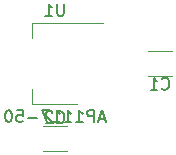
<source format=gbr>
G04 #@! TF.FileFunction,Legend,Bot*
%FSLAX46Y46*%
G04 Gerber Fmt 4.6, Leading zero omitted, Abs format (unit mm)*
G04 Created by KiCad (PCBNEW 4.0.7) date Saturday, March 17, 2018 'AMt' 10:04:41 AM*
%MOMM*%
%LPD*%
G01*
G04 APERTURE LIST*
%ADD10C,0.100000*%
%ADD11C,0.120000*%
%ADD12C,0.150000*%
G04 APERTURE END LIST*
D10*
D11*
X133080000Y-84840000D02*
X131080000Y-84840000D01*
X131080000Y-82800000D02*
X133080000Y-82800000D01*
X122190000Y-89150000D02*
X124190000Y-89150000D01*
X124190000Y-91190000D02*
X122190000Y-91190000D01*
X121280000Y-87230000D02*
X121280000Y-85970000D01*
X121280000Y-80410000D02*
X121280000Y-81670000D01*
X125040000Y-87230000D02*
X121280000Y-87230000D01*
X127290000Y-80410000D02*
X121280000Y-80410000D01*
D12*
X132246666Y-85927143D02*
X132294285Y-85974762D01*
X132437142Y-86022381D01*
X132532380Y-86022381D01*
X132675238Y-85974762D01*
X132770476Y-85879524D01*
X132818095Y-85784286D01*
X132865714Y-85593810D01*
X132865714Y-85450952D01*
X132818095Y-85260476D01*
X132770476Y-85165238D01*
X132675238Y-85070000D01*
X132532380Y-85022381D01*
X132437142Y-85022381D01*
X132294285Y-85070000D01*
X132246666Y-85117619D01*
X131294285Y-86022381D02*
X131865714Y-86022381D01*
X131580000Y-86022381D02*
X131580000Y-85022381D01*
X131675238Y-85165238D01*
X131770476Y-85260476D01*
X131865714Y-85308095D01*
X123356666Y-88777143D02*
X123404285Y-88824762D01*
X123547142Y-88872381D01*
X123642380Y-88872381D01*
X123785238Y-88824762D01*
X123880476Y-88729524D01*
X123928095Y-88634286D01*
X123975714Y-88443810D01*
X123975714Y-88300952D01*
X123928095Y-88110476D01*
X123880476Y-88015238D01*
X123785238Y-87920000D01*
X123642380Y-87872381D01*
X123547142Y-87872381D01*
X123404285Y-87920000D01*
X123356666Y-87967619D01*
X122975714Y-87967619D02*
X122928095Y-87920000D01*
X122832857Y-87872381D01*
X122594761Y-87872381D01*
X122499523Y-87920000D01*
X122451904Y-87967619D01*
X122404285Y-88062857D01*
X122404285Y-88158095D01*
X122451904Y-88300952D01*
X123023333Y-88872381D01*
X122404285Y-88872381D01*
X123951905Y-78772381D02*
X123951905Y-79581905D01*
X123904286Y-79677143D01*
X123856667Y-79724762D01*
X123761429Y-79772381D01*
X123570952Y-79772381D01*
X123475714Y-79724762D01*
X123428095Y-79677143D01*
X123380476Y-79581905D01*
X123380476Y-78772381D01*
X122380476Y-79772381D02*
X122951905Y-79772381D01*
X122666191Y-79772381D02*
X122666191Y-78772381D01*
X122761429Y-78915238D01*
X122856667Y-79010476D01*
X122951905Y-79058095D01*
X127404286Y-88486667D02*
X126928095Y-88486667D01*
X127499524Y-88772381D02*
X127166191Y-87772381D01*
X126832857Y-88772381D01*
X126499524Y-88772381D02*
X126499524Y-87772381D01*
X126118571Y-87772381D01*
X126023333Y-87820000D01*
X125975714Y-87867619D01*
X125928095Y-87962857D01*
X125928095Y-88105714D01*
X125975714Y-88200952D01*
X126023333Y-88248571D01*
X126118571Y-88296190D01*
X126499524Y-88296190D01*
X124975714Y-88772381D02*
X125547143Y-88772381D01*
X125261429Y-88772381D02*
X125261429Y-87772381D01*
X125356667Y-87915238D01*
X125451905Y-88010476D01*
X125547143Y-88058095D01*
X124023333Y-88772381D02*
X124594762Y-88772381D01*
X124309048Y-88772381D02*
X124309048Y-87772381D01*
X124404286Y-87915238D01*
X124499524Y-88010476D01*
X124594762Y-88058095D01*
X123070952Y-88772381D02*
X123642381Y-88772381D01*
X123356667Y-88772381D02*
X123356667Y-87772381D01*
X123451905Y-87915238D01*
X123547143Y-88010476D01*
X123642381Y-88058095D01*
X122737619Y-87772381D02*
X122070952Y-87772381D01*
X122499524Y-88772381D01*
X121690000Y-88391429D02*
X120928095Y-88391429D01*
X119975714Y-87772381D02*
X120451905Y-87772381D01*
X120499524Y-88248571D01*
X120451905Y-88200952D01*
X120356667Y-88153333D01*
X120118571Y-88153333D01*
X120023333Y-88200952D01*
X119975714Y-88248571D01*
X119928095Y-88343810D01*
X119928095Y-88581905D01*
X119975714Y-88677143D01*
X120023333Y-88724762D01*
X120118571Y-88772381D01*
X120356667Y-88772381D01*
X120451905Y-88724762D01*
X120499524Y-88677143D01*
X119309048Y-87772381D02*
X119213809Y-87772381D01*
X119118571Y-87820000D01*
X119070952Y-87867619D01*
X119023333Y-87962857D01*
X118975714Y-88153333D01*
X118975714Y-88391429D01*
X119023333Y-88581905D01*
X119070952Y-88677143D01*
X119118571Y-88724762D01*
X119213809Y-88772381D01*
X119309048Y-88772381D01*
X119404286Y-88724762D01*
X119451905Y-88677143D01*
X119499524Y-88581905D01*
X119547143Y-88391429D01*
X119547143Y-88153333D01*
X119499524Y-87962857D01*
X119451905Y-87867619D01*
X119404286Y-87820000D01*
X119309048Y-87772381D01*
M02*

</source>
